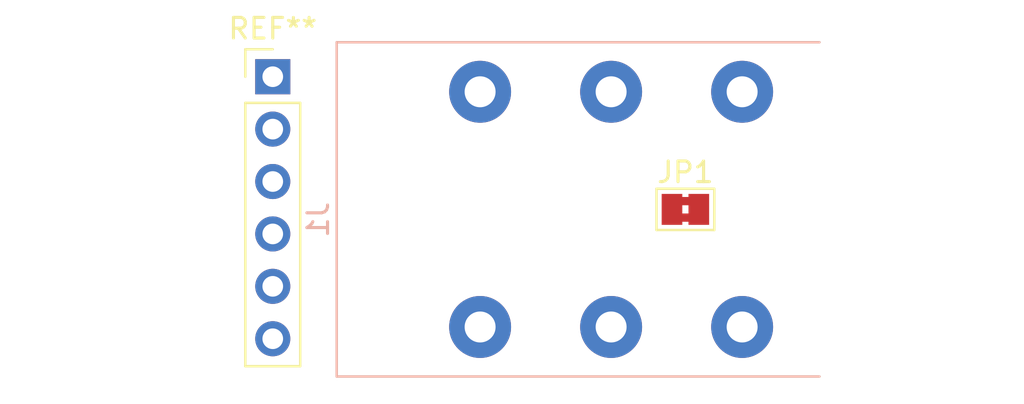
<source format=kicad_pcb>
(kicad_pcb (version 20241229) (generator "pcbnew") (generator_version "9.0")
  (layers (0 "F.Cu" signal) (2 "B.Cu" signal) (13 "F.Paste" user) (15 "B.Paste" user) (5 "F.SilkS" user "F.Silkscreen") (7 "B.SilkS" user "B.Silkscreen") (1 "F.Mask" user) (3 "B.Mask" user) (25 "Edge.Cuts" user))
  (net 0 "")
  (net 1 "Net-(J2-Pin_6)")
  (net 2 "Net-(J2-Pin_2)")
  (net 3 "Net-(J2-Pin_3)")
  (net 4 "Net-(J2-Pin_5)")
  (net 5 "Net-(J2-Pin_1)")
  (net 6 "Net-(J2-Pin_4)")
  (net 7 "GND")
  (footprint "Connector_PinHeader_2.54mm:PinHeader_1x06_P2.54mm_Vertical" (layer "F.Cu") (at 57 61.57)
    (property "Reference" "REF**" (at 0 -2.33 0) (layer "F.SilkS"))
    (property "Value" "PinHeader_1x06_P2.54mm_Vertical")
    (fp_line (start -1.33 -1.33) (end 0 -1.33) (stroke (width 0.12)) (layer "F.SilkS"))
    (fp_line (start -1.33 0) (end -1.33 -1.33) (stroke (width 0.12)) (layer "F.SilkS"))
    (fp_line (start -1.33 1.27) (end -1.33 14.03) (stroke (width 0.12)) (layer "F.SilkS"))
    (fp_line (start -1.33 1.27) (end 1.33 1.27) (stroke (width 0.12)) (layer "F.SilkS"))
    (fp_line (start -1.33 14.03) (end 1.33 14.03) (stroke (width 0.12)) (layer "F.SilkS"))
    (fp_line (start 1.33 1.27) (end 1.33 14.03) (stroke (width 0.12)) (layer "F.SilkS"))
    (pad "1" thru_hole rect (at 0 0) (size 1.7 1.7) (drill 1) (layers "*.Cu" "*.Mask"))
    (pad "2" thru_hole oval (at 0 2.54) (size 1.7 1.7) (drill 1) (layers "*.Cu" "*.Mask"))
    (pad "3" thru_hole oval (at 0 5.08) (size 1.7 1.7) (drill 1) (layers "*.Cu" "*.Mask"))
    (pad "4" thru_hole oval (at 0 7.62) (size 1.7 1.7) (drill 1) (layers "*.Cu" "*.Mask"))
    (pad "5" thru_hole oval (at 0 10.16) (size 1.7 1.7) (drill 1) (layers "*.Cu" "*.Mask"))
    (pad "6" thru_hole oval (at 0 12.7) (size 1.7 1.7) (drill 1) (layers "*.Cu" "*.Mask"))
  )
  (footprint "Jumper:SolderJumper-2_P1.3mm_Bridged2Bar_Pad1.0x1.5mm" (layer "F.Cu") (at 77 68)
    (property "Reference" "JP1" (at 0 -1.8 0) (layer "F.SilkS"))
    (property "Value" "Jumper_2_Small_Bridged")
    (fp_poly (pts (xy -0.25 -0.6) (xy 0.25 -0.6) (xy 0.25 -0.2) (xy -0.25 -0.2)) (fill yes) (layer "F.Cu"))
    (fp_poly (pts (xy -0.25 0.2) (xy 0.25 0.2) (xy 0.25 0.6) (xy -0.25 0.6)) (fill yes) (layer "F.Cu"))
    (fp_line (start -1.4 -1) (end 1.4 -1) (stroke (width 0.12)) (layer "F.SilkS"))
    (fp_line (start -1.4 1) (end -1.4 -1) (stroke (width 0.12)) (layer "F.SilkS"))
    (fp_line (start 1.4 -1) (end 1.4 1) (stroke (width 0.12)) (layer "F.SilkS"))
    (fp_line (start 1.4 1) (end -1.4 1) (stroke (width 0.12)) (layer "F.SilkS"))
    (pad "1" smd rect (at -0.65 0) (size 1 1.5) (layers "F.Cu" "F.Mask") (net 7 "GND"))
    (pad "2" smd rect (at 0.65 0) (size 1 1.5) (layers "F.Cu" "F.Mask") (net 5 "Net-(J2-Pin_1)"))
  )
  (footprint "g-con:Amphenol_ACJS-MHDR(M)" (layer "B.Cu") (at 84 68)
    (property "Reference" "J1" (at -24.8 0.5 90) (layer "B.SilkS") (effects (justify mirror)))
    (property "Value" "6")
    (fp_line (start -23.9 -8.1) (end -23.9 8.1) (stroke (width 0.12)) (layer "B.SilkS"))
    (fp_line (start -23.9 -8.1) (end -0.5 -8.1) (stroke (width 0.12)) (layer "B.SilkS"))
    (fp_line (start -23.9 8.1) (end -0.5 8.1) (stroke (width 0.12)) (layer "B.SilkS"))
    (pad "" np_thru_hole circle (at -21.58 0) (size 2.1 2.1) (drill 2.1) (property pad_prop_mechanical) (layers "*.Cu" "*.Mask"))
    (pad "R" thru_hole circle (at -10.6 5.7) (size 3 3) (drill 1.5) (layers "*.Cu" "*.Mask") (net 3 "Net-(J2-Pin_3)"))
    (pad "RN" thru_hole circle (at -10.6 -5.7) (size 3 3) (drill 1.5) (layers "*.Cu" "*.Mask") (net 6 "Net-(J2-Pin_4)"))
    (pad "S" thru_hole circle (at -4.25 5.7) (size 3 3) (drill 1.5) (layers "*.Cu" "*.Mask") (net 5 "Net-(J2-Pin_1)"))
    (pad "SN" thru_hole circle (at -4.25 -5.7) (size 3 3) (drill 1.5) (layers "*.Cu" "*.Mask") (net 2 "Net-(J2-Pin_2)"))
    (pad "T" thru_hole circle (at -16.95 5.7) (size 3 3) (drill 1.5) (layers "*.Cu" "*.Mask") (net 4 "Net-(J2-Pin_5)"))
    (pad "TN" thru_hole circle (at -16.95 -5.7) (size 3 3) (drill 1.5) (layers "*.Cu" "*.Mask") (net 1 "Net-(J2-Pin_6)"))
  )
)
</source>
